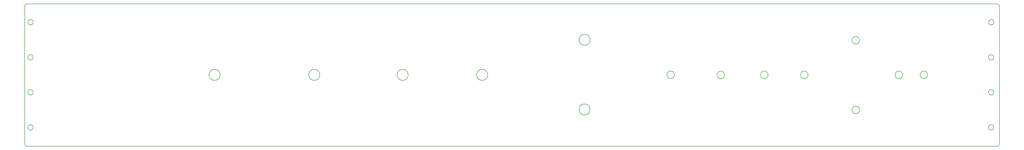
<source format=gbr>
G04 EAGLE Gerber RS-274X export*
G75*
%MOMM*%
%FSLAX34Y34*%
%LPD*%
%IN*%
%IPPOS*%
%AMOC8*
5,1,8,0,0,1.08239X$1,22.5*%
G01*
%ADD10C,0.254000*%


D10*
X292100Y262255D02*
X292160Y260871D01*
X292341Y259498D01*
X292641Y258146D01*
X293057Y256825D01*
X293587Y255546D01*
X294227Y254318D01*
X294971Y253149D01*
X295814Y252051D01*
X296750Y251030D01*
X297771Y250094D01*
X298869Y249251D01*
X300038Y248507D01*
X301266Y247867D01*
X302545Y247337D01*
X303866Y246921D01*
X305218Y246621D01*
X306591Y246440D01*
X307975Y246380D01*
X5909945Y246380D01*
X5911329Y246440D01*
X5912702Y246621D01*
X5914054Y246921D01*
X5915375Y247337D01*
X5916654Y247867D01*
X5917883Y248507D01*
X5919051Y249251D01*
X5920149Y250094D01*
X5921170Y251030D01*
X5922106Y252051D01*
X5922949Y253149D01*
X5923693Y254318D01*
X5924333Y255546D01*
X5924863Y256825D01*
X5925279Y258146D01*
X5925579Y259498D01*
X5925760Y260871D01*
X5925820Y262255D01*
X5925820Y1056005D01*
X5925760Y1057389D01*
X5925579Y1058762D01*
X5925279Y1060114D01*
X5924863Y1061435D01*
X5924333Y1062714D01*
X5923693Y1063943D01*
X5922949Y1065111D01*
X5922106Y1066209D01*
X5921170Y1067230D01*
X5920149Y1068166D01*
X5919051Y1069009D01*
X5917883Y1069753D01*
X5916654Y1070393D01*
X5915375Y1070923D01*
X5914054Y1071339D01*
X5912702Y1071639D01*
X5911329Y1071820D01*
X5909945Y1071880D01*
X307975Y1071880D01*
X306591Y1071820D01*
X305218Y1071639D01*
X303866Y1071339D01*
X302545Y1070923D01*
X301266Y1070393D01*
X300038Y1069753D01*
X298869Y1069009D01*
X297771Y1068166D01*
X296750Y1067230D01*
X295814Y1066209D01*
X294971Y1065111D01*
X294227Y1063943D01*
X293587Y1062714D01*
X293057Y1061435D01*
X292641Y1060114D01*
X292341Y1058762D01*
X292160Y1057389D01*
X292100Y1056005D01*
X292100Y262255D01*
X5893200Y355106D02*
X5893122Y354020D01*
X5892967Y352942D01*
X5892736Y351879D01*
X5892429Y350834D01*
X5892049Y349814D01*
X5891597Y348824D01*
X5891075Y347869D01*
X5890486Y346953D01*
X5889834Y346081D01*
X5889121Y345259D01*
X5888351Y344489D01*
X5887529Y343776D01*
X5886657Y343124D01*
X5885741Y342535D01*
X5884786Y342013D01*
X5883796Y341561D01*
X5882776Y341181D01*
X5881731Y340874D01*
X5880668Y340643D01*
X5879590Y340488D01*
X5878504Y340410D01*
X5877416Y340410D01*
X5876330Y340488D01*
X5875252Y340643D01*
X5874189Y340874D01*
X5873144Y341181D01*
X5872124Y341561D01*
X5871134Y342013D01*
X5870179Y342535D01*
X5869263Y343124D01*
X5868391Y343776D01*
X5867569Y344489D01*
X5866799Y345259D01*
X5866086Y346081D01*
X5865434Y346953D01*
X5864845Y347869D01*
X5864323Y348824D01*
X5863871Y349814D01*
X5863491Y350834D01*
X5863184Y351879D01*
X5862953Y352942D01*
X5862798Y354020D01*
X5862720Y355106D01*
X5862720Y356194D01*
X5862798Y357280D01*
X5862953Y358358D01*
X5863184Y359421D01*
X5863491Y360466D01*
X5863871Y361486D01*
X5864323Y362476D01*
X5864845Y363431D01*
X5865434Y364347D01*
X5866086Y365219D01*
X5866799Y366041D01*
X5867569Y366811D01*
X5868391Y367524D01*
X5869263Y368176D01*
X5870179Y368765D01*
X5871134Y369287D01*
X5872124Y369739D01*
X5873144Y370119D01*
X5874189Y370426D01*
X5875252Y370657D01*
X5876330Y370812D01*
X5877416Y370890D01*
X5878504Y370890D01*
X5879590Y370812D01*
X5880668Y370657D01*
X5881731Y370426D01*
X5882776Y370119D01*
X5883796Y369739D01*
X5884786Y369287D01*
X5885741Y368765D01*
X5886657Y368176D01*
X5887529Y367524D01*
X5888351Y366811D01*
X5889121Y366041D01*
X5889834Y365219D01*
X5890486Y364347D01*
X5891075Y363431D01*
X5891597Y362476D01*
X5892049Y361486D01*
X5892429Y360466D01*
X5892736Y359421D01*
X5892967Y358358D01*
X5893122Y357280D01*
X5893200Y356194D01*
X5893200Y355106D01*
X340760Y355106D02*
X340682Y354020D01*
X340527Y352942D01*
X340296Y351879D01*
X339989Y350834D01*
X339609Y349814D01*
X339157Y348824D01*
X338635Y347869D01*
X338046Y346953D01*
X337394Y346081D01*
X336681Y345259D01*
X335911Y344489D01*
X335089Y343776D01*
X334217Y343124D01*
X333301Y342535D01*
X332346Y342013D01*
X331356Y341561D01*
X330336Y341181D01*
X329291Y340874D01*
X328228Y340643D01*
X327150Y340488D01*
X326064Y340410D01*
X324976Y340410D01*
X323890Y340488D01*
X322812Y340643D01*
X321749Y340874D01*
X320704Y341181D01*
X319684Y341561D01*
X318694Y342013D01*
X317739Y342535D01*
X316823Y343124D01*
X315951Y343776D01*
X315129Y344489D01*
X314359Y345259D01*
X313646Y346081D01*
X312994Y346953D01*
X312405Y347869D01*
X311883Y348824D01*
X311431Y349814D01*
X311051Y350834D01*
X310744Y351879D01*
X310513Y352942D01*
X310358Y354020D01*
X310280Y355106D01*
X310280Y356194D01*
X310358Y357280D01*
X310513Y358358D01*
X310744Y359421D01*
X311051Y360466D01*
X311431Y361486D01*
X311883Y362476D01*
X312405Y363431D01*
X312994Y364347D01*
X313646Y365219D01*
X314359Y366041D01*
X315129Y366811D01*
X315951Y367524D01*
X316823Y368176D01*
X317739Y368765D01*
X318694Y369287D01*
X319684Y369739D01*
X320704Y370119D01*
X321749Y370426D01*
X322812Y370657D01*
X323890Y370812D01*
X324976Y370890D01*
X326064Y370890D01*
X327150Y370812D01*
X328228Y370657D01*
X329291Y370426D01*
X330336Y370119D01*
X331356Y369739D01*
X332346Y369287D01*
X333301Y368765D01*
X334217Y368176D01*
X335089Y367524D01*
X335911Y366811D01*
X336681Y366041D01*
X337394Y365219D01*
X338046Y364347D01*
X338635Y363431D01*
X339157Y362476D01*
X339609Y361486D01*
X339989Y360466D01*
X340296Y359421D01*
X340527Y358358D01*
X340682Y357280D01*
X340760Y356194D01*
X340760Y355106D01*
X5893400Y558306D02*
X5893322Y557220D01*
X5893167Y556142D01*
X5892936Y555079D01*
X5892629Y554034D01*
X5892249Y553014D01*
X5891797Y552024D01*
X5891275Y551069D01*
X5890686Y550153D01*
X5890034Y549281D01*
X5889321Y548459D01*
X5888551Y547689D01*
X5887729Y546976D01*
X5886857Y546324D01*
X5885941Y545735D01*
X5884986Y545213D01*
X5883996Y544761D01*
X5882976Y544381D01*
X5881931Y544074D01*
X5880868Y543843D01*
X5879790Y543688D01*
X5878704Y543610D01*
X5877616Y543610D01*
X5876530Y543688D01*
X5875452Y543843D01*
X5874389Y544074D01*
X5873344Y544381D01*
X5872324Y544761D01*
X5871334Y545213D01*
X5870379Y545735D01*
X5869463Y546324D01*
X5868591Y546976D01*
X5867769Y547689D01*
X5866999Y548459D01*
X5866286Y549281D01*
X5865634Y550153D01*
X5865045Y551069D01*
X5864523Y552024D01*
X5864071Y553014D01*
X5863691Y554034D01*
X5863384Y555079D01*
X5863153Y556142D01*
X5862998Y557220D01*
X5862920Y558306D01*
X5862920Y559394D01*
X5862998Y560480D01*
X5863153Y561558D01*
X5863384Y562621D01*
X5863691Y563666D01*
X5864071Y564686D01*
X5864523Y565676D01*
X5865045Y566631D01*
X5865634Y567547D01*
X5866286Y568419D01*
X5866999Y569241D01*
X5867769Y570011D01*
X5868591Y570724D01*
X5869463Y571376D01*
X5870379Y571965D01*
X5871334Y572487D01*
X5872324Y572939D01*
X5873344Y573319D01*
X5874389Y573626D01*
X5875452Y573857D01*
X5876530Y574012D01*
X5877616Y574090D01*
X5878704Y574090D01*
X5879790Y574012D01*
X5880868Y573857D01*
X5881931Y573626D01*
X5882976Y573319D01*
X5883996Y572939D01*
X5884986Y572487D01*
X5885941Y571965D01*
X5886857Y571376D01*
X5887729Y570724D01*
X5888551Y570011D01*
X5889321Y569241D01*
X5890034Y568419D01*
X5890686Y567547D01*
X5891275Y566631D01*
X5891797Y565676D01*
X5892249Y564686D01*
X5892629Y563666D01*
X5892936Y562621D01*
X5893167Y561558D01*
X5893322Y560480D01*
X5893400Y559394D01*
X5893400Y558306D01*
X340960Y558306D02*
X340882Y557220D01*
X340727Y556142D01*
X340496Y555079D01*
X340189Y554034D01*
X339809Y553014D01*
X339357Y552024D01*
X338835Y551069D01*
X338246Y550153D01*
X337594Y549281D01*
X336881Y548459D01*
X336111Y547689D01*
X335289Y546976D01*
X334417Y546324D01*
X333501Y545735D01*
X332546Y545213D01*
X331556Y544761D01*
X330536Y544381D01*
X329491Y544074D01*
X328428Y543843D01*
X327350Y543688D01*
X326264Y543610D01*
X325176Y543610D01*
X324090Y543688D01*
X323012Y543843D01*
X321949Y544074D01*
X320904Y544381D01*
X319884Y544761D01*
X318894Y545213D01*
X317939Y545735D01*
X317023Y546324D01*
X316151Y546976D01*
X315329Y547689D01*
X314559Y548459D01*
X313846Y549281D01*
X313194Y550153D01*
X312605Y551069D01*
X312083Y552024D01*
X311631Y553014D01*
X311251Y554034D01*
X310944Y555079D01*
X310713Y556142D01*
X310558Y557220D01*
X310480Y558306D01*
X310480Y559394D01*
X310558Y560480D01*
X310713Y561558D01*
X310944Y562621D01*
X311251Y563666D01*
X311631Y564686D01*
X312083Y565676D01*
X312605Y566631D01*
X313194Y567547D01*
X313846Y568419D01*
X314559Y569241D01*
X315329Y570011D01*
X316151Y570724D01*
X317023Y571376D01*
X317939Y571965D01*
X318894Y572487D01*
X319884Y572939D01*
X320904Y573319D01*
X321949Y573626D01*
X323012Y573857D01*
X324090Y574012D01*
X325176Y574090D01*
X326264Y574090D01*
X327350Y574012D01*
X328428Y573857D01*
X329491Y573626D01*
X330536Y573319D01*
X331556Y572939D01*
X332546Y572487D01*
X333501Y571965D01*
X334417Y571376D01*
X335289Y570724D01*
X336111Y570011D01*
X336881Y569241D01*
X337594Y568419D01*
X338246Y567547D01*
X338835Y566631D01*
X339357Y565676D01*
X339809Y564686D01*
X340189Y563666D01*
X340496Y562621D01*
X340727Y561558D01*
X340882Y560480D01*
X340960Y559394D01*
X340960Y558306D01*
X5893300Y761406D02*
X5893222Y760320D01*
X5893067Y759242D01*
X5892836Y758179D01*
X5892529Y757134D01*
X5892149Y756114D01*
X5891697Y755124D01*
X5891175Y754169D01*
X5890586Y753253D01*
X5889934Y752381D01*
X5889221Y751559D01*
X5888451Y750789D01*
X5887629Y750076D01*
X5886757Y749424D01*
X5885841Y748835D01*
X5884886Y748313D01*
X5883896Y747861D01*
X5882876Y747481D01*
X5881831Y747174D01*
X5880768Y746943D01*
X5879690Y746788D01*
X5878604Y746710D01*
X5877516Y746710D01*
X5876430Y746788D01*
X5875352Y746943D01*
X5874289Y747174D01*
X5873244Y747481D01*
X5872224Y747861D01*
X5871234Y748313D01*
X5870279Y748835D01*
X5869363Y749424D01*
X5868491Y750076D01*
X5867669Y750789D01*
X5866899Y751559D01*
X5866186Y752381D01*
X5865534Y753253D01*
X5864945Y754169D01*
X5864423Y755124D01*
X5863971Y756114D01*
X5863591Y757134D01*
X5863284Y758179D01*
X5863053Y759242D01*
X5862898Y760320D01*
X5862820Y761406D01*
X5862820Y762494D01*
X5862898Y763580D01*
X5863053Y764658D01*
X5863284Y765721D01*
X5863591Y766766D01*
X5863971Y767786D01*
X5864423Y768776D01*
X5864945Y769731D01*
X5865534Y770647D01*
X5866186Y771519D01*
X5866899Y772341D01*
X5867669Y773111D01*
X5868491Y773824D01*
X5869363Y774476D01*
X5870279Y775065D01*
X5871234Y775587D01*
X5872224Y776039D01*
X5873244Y776419D01*
X5874289Y776726D01*
X5875352Y776957D01*
X5876430Y777112D01*
X5877516Y777190D01*
X5878604Y777190D01*
X5879690Y777112D01*
X5880768Y776957D01*
X5881831Y776726D01*
X5882876Y776419D01*
X5883896Y776039D01*
X5884886Y775587D01*
X5885841Y775065D01*
X5886757Y774476D01*
X5887629Y773824D01*
X5888451Y773111D01*
X5889221Y772341D01*
X5889934Y771519D01*
X5890586Y770647D01*
X5891175Y769731D01*
X5891697Y768776D01*
X5892149Y767786D01*
X5892529Y766766D01*
X5892836Y765721D01*
X5893067Y764658D01*
X5893222Y763580D01*
X5893300Y762494D01*
X5893300Y761406D01*
X340860Y761406D02*
X340782Y760320D01*
X340627Y759242D01*
X340396Y758179D01*
X340089Y757134D01*
X339709Y756114D01*
X339257Y755124D01*
X338735Y754169D01*
X338146Y753253D01*
X337494Y752381D01*
X336781Y751559D01*
X336011Y750789D01*
X335189Y750076D01*
X334317Y749424D01*
X333401Y748835D01*
X332446Y748313D01*
X331456Y747861D01*
X330436Y747481D01*
X329391Y747174D01*
X328328Y746943D01*
X327250Y746788D01*
X326164Y746710D01*
X325076Y746710D01*
X323990Y746788D01*
X322912Y746943D01*
X321849Y747174D01*
X320804Y747481D01*
X319784Y747861D01*
X318794Y748313D01*
X317839Y748835D01*
X316923Y749424D01*
X316051Y750076D01*
X315229Y750789D01*
X314459Y751559D01*
X313746Y752381D01*
X313094Y753253D01*
X312505Y754169D01*
X311983Y755124D01*
X311531Y756114D01*
X311151Y757134D01*
X310844Y758179D01*
X310613Y759242D01*
X310458Y760320D01*
X310380Y761406D01*
X310380Y762494D01*
X310458Y763580D01*
X310613Y764658D01*
X310844Y765721D01*
X311151Y766766D01*
X311531Y767786D01*
X311983Y768776D01*
X312505Y769731D01*
X313094Y770647D01*
X313746Y771519D01*
X314459Y772341D01*
X315229Y773111D01*
X316051Y773824D01*
X316923Y774476D01*
X317839Y775065D01*
X318794Y775587D01*
X319784Y776039D01*
X320804Y776419D01*
X321849Y776726D01*
X322912Y776957D01*
X323990Y777112D01*
X325076Y777190D01*
X326164Y777190D01*
X327250Y777112D01*
X328328Y776957D01*
X329391Y776726D01*
X330436Y776419D01*
X331456Y776039D01*
X332446Y775587D01*
X333401Y775065D01*
X334317Y774476D01*
X335189Y773824D01*
X336011Y773111D01*
X336781Y772341D01*
X337494Y771519D01*
X338146Y770647D01*
X338735Y769731D01*
X339257Y768776D01*
X339709Y767786D01*
X340089Y766766D01*
X340396Y765721D01*
X340627Y764658D01*
X340782Y763580D01*
X340860Y762494D01*
X340860Y761406D01*
X5893700Y965106D02*
X5893622Y964020D01*
X5893467Y962942D01*
X5893236Y961879D01*
X5892929Y960834D01*
X5892549Y959814D01*
X5892097Y958824D01*
X5891575Y957869D01*
X5890986Y956953D01*
X5890334Y956081D01*
X5889621Y955259D01*
X5888851Y954489D01*
X5888029Y953776D01*
X5887157Y953124D01*
X5886241Y952535D01*
X5885286Y952013D01*
X5884296Y951561D01*
X5883276Y951181D01*
X5882231Y950874D01*
X5881168Y950643D01*
X5880090Y950488D01*
X5879004Y950410D01*
X5877916Y950410D01*
X5876830Y950488D01*
X5875752Y950643D01*
X5874689Y950874D01*
X5873644Y951181D01*
X5872624Y951561D01*
X5871634Y952013D01*
X5870679Y952535D01*
X5869763Y953124D01*
X5868891Y953776D01*
X5868069Y954489D01*
X5867299Y955259D01*
X5866586Y956081D01*
X5865934Y956953D01*
X5865345Y957869D01*
X5864823Y958824D01*
X5864371Y959814D01*
X5863991Y960834D01*
X5863684Y961879D01*
X5863453Y962942D01*
X5863298Y964020D01*
X5863220Y965106D01*
X5863220Y966194D01*
X5863298Y967280D01*
X5863453Y968358D01*
X5863684Y969421D01*
X5863991Y970466D01*
X5864371Y971486D01*
X5864823Y972476D01*
X5865345Y973431D01*
X5865934Y974347D01*
X5866586Y975219D01*
X5867299Y976041D01*
X5868069Y976811D01*
X5868891Y977524D01*
X5869763Y978176D01*
X5870679Y978765D01*
X5871634Y979287D01*
X5872624Y979739D01*
X5873644Y980119D01*
X5874689Y980426D01*
X5875752Y980657D01*
X5876830Y980812D01*
X5877916Y980890D01*
X5879004Y980890D01*
X5880090Y980812D01*
X5881168Y980657D01*
X5882231Y980426D01*
X5883276Y980119D01*
X5884296Y979739D01*
X5885286Y979287D01*
X5886241Y978765D01*
X5887157Y978176D01*
X5888029Y977524D01*
X5888851Y976811D01*
X5889621Y976041D01*
X5890334Y975219D01*
X5890986Y974347D01*
X5891575Y973431D01*
X5892097Y972476D01*
X5892549Y971486D01*
X5892929Y970466D01*
X5893236Y969421D01*
X5893467Y968358D01*
X5893622Y967280D01*
X5893700Y966194D01*
X5893700Y965106D01*
X341260Y965106D02*
X341182Y964020D01*
X341027Y962942D01*
X340796Y961879D01*
X340489Y960834D01*
X340109Y959814D01*
X339657Y958824D01*
X339135Y957869D01*
X338546Y956953D01*
X337894Y956081D01*
X337181Y955259D01*
X336411Y954489D01*
X335589Y953776D01*
X334717Y953124D01*
X333801Y952535D01*
X332846Y952013D01*
X331856Y951561D01*
X330836Y951181D01*
X329791Y950874D01*
X328728Y950643D01*
X327650Y950488D01*
X326564Y950410D01*
X325476Y950410D01*
X324390Y950488D01*
X323312Y950643D01*
X322249Y950874D01*
X321204Y951181D01*
X320184Y951561D01*
X319194Y952013D01*
X318239Y952535D01*
X317323Y953124D01*
X316451Y953776D01*
X315629Y954489D01*
X314859Y955259D01*
X314146Y956081D01*
X313494Y956953D01*
X312905Y957869D01*
X312383Y958824D01*
X311931Y959814D01*
X311551Y960834D01*
X311244Y961879D01*
X311013Y962942D01*
X310858Y964020D01*
X310780Y965106D01*
X310780Y966194D01*
X310858Y967280D01*
X311013Y968358D01*
X311244Y969421D01*
X311551Y970466D01*
X311931Y971486D01*
X312383Y972476D01*
X312905Y973431D01*
X313494Y974347D01*
X314146Y975219D01*
X314859Y976041D01*
X315629Y976811D01*
X316451Y977524D01*
X317323Y978176D01*
X318239Y978765D01*
X319194Y979287D01*
X320184Y979739D01*
X321204Y980119D01*
X322249Y980426D01*
X323312Y980657D01*
X324390Y980812D01*
X325476Y980890D01*
X326564Y980890D01*
X327650Y980812D01*
X328728Y980657D01*
X329791Y980426D01*
X330836Y980119D01*
X331856Y979739D01*
X332846Y979287D01*
X333801Y978765D01*
X334717Y978176D01*
X335589Y977524D01*
X336411Y976811D01*
X337181Y976041D01*
X337894Y975219D01*
X338546Y974347D01*
X339135Y973431D01*
X339657Y972476D01*
X340109Y971486D01*
X340489Y970466D01*
X340796Y969421D01*
X341027Y968358D01*
X341182Y967280D01*
X341260Y966194D01*
X341260Y965106D01*
X1421130Y659621D02*
X1421054Y658064D01*
X1420901Y656512D01*
X1420672Y654970D01*
X1420368Y653441D01*
X1419989Y651929D01*
X1419537Y650438D01*
X1419011Y648970D01*
X1418415Y647530D01*
X1417748Y646121D01*
X1417014Y644746D01*
X1416212Y643409D01*
X1415346Y642113D01*
X1414418Y640861D01*
X1413429Y639656D01*
X1412382Y638501D01*
X1411280Y637398D01*
X1410125Y636351D01*
X1408920Y635362D01*
X1407667Y634434D01*
X1406371Y633568D01*
X1405034Y632766D01*
X1403659Y632032D01*
X1402250Y631365D01*
X1400810Y630769D01*
X1399342Y630243D01*
X1397851Y629791D01*
X1396339Y629412D01*
X1394810Y629108D01*
X1393268Y628879D01*
X1391716Y628727D01*
X1390159Y628650D01*
X1388601Y628650D01*
X1387044Y628727D01*
X1385492Y628879D01*
X1383950Y629108D01*
X1382421Y629412D01*
X1380909Y629791D01*
X1379418Y630243D01*
X1377950Y630769D01*
X1376510Y631365D01*
X1375101Y632032D01*
X1373726Y632766D01*
X1372389Y633568D01*
X1371093Y634434D01*
X1369841Y635362D01*
X1368636Y636351D01*
X1367481Y637398D01*
X1366378Y638501D01*
X1365331Y639656D01*
X1364342Y640861D01*
X1363414Y642113D01*
X1362548Y643409D01*
X1361746Y644746D01*
X1361012Y646121D01*
X1360345Y647530D01*
X1359749Y648970D01*
X1359223Y650438D01*
X1358771Y651929D01*
X1358392Y653441D01*
X1358088Y654970D01*
X1357859Y656512D01*
X1357707Y658064D01*
X1357630Y659621D01*
X1357630Y661179D01*
X1357707Y662736D01*
X1357859Y664288D01*
X1358088Y665830D01*
X1358392Y667359D01*
X1358771Y668871D01*
X1359223Y670362D01*
X1359749Y671830D01*
X1360345Y673270D01*
X1361012Y674679D01*
X1361746Y676054D01*
X1362548Y677391D01*
X1363414Y678687D01*
X1364342Y679940D01*
X1365331Y681145D01*
X1366378Y682300D01*
X1367481Y683402D01*
X1368636Y684449D01*
X1369841Y685438D01*
X1371093Y686366D01*
X1372389Y687232D01*
X1373726Y688034D01*
X1375101Y688768D01*
X1376510Y689435D01*
X1377950Y690031D01*
X1379418Y690557D01*
X1380909Y691009D01*
X1382421Y691388D01*
X1383950Y691692D01*
X1385492Y691921D01*
X1387044Y692074D01*
X1388601Y692150D01*
X1390159Y692150D01*
X1391716Y692074D01*
X1393268Y691921D01*
X1394810Y691692D01*
X1396339Y691388D01*
X1397851Y691009D01*
X1399342Y690557D01*
X1400810Y690031D01*
X1402250Y689435D01*
X1403659Y688768D01*
X1405034Y688034D01*
X1406371Y687232D01*
X1407667Y686366D01*
X1408920Y685438D01*
X1410125Y684449D01*
X1411280Y683402D01*
X1412382Y682300D01*
X1413429Y681145D01*
X1414418Y679940D01*
X1415346Y678687D01*
X1416212Y677391D01*
X1417014Y676054D01*
X1417748Y674679D01*
X1418415Y673270D01*
X1419011Y671830D01*
X1419537Y670362D01*
X1419989Y668871D01*
X1420368Y667359D01*
X1420672Y665830D01*
X1420901Y664288D01*
X1421054Y662736D01*
X1421130Y661179D01*
X1421130Y659621D01*
X1997710Y659621D02*
X1997634Y658064D01*
X1997481Y656512D01*
X1997252Y654970D01*
X1996948Y653441D01*
X1996569Y651929D01*
X1996117Y650438D01*
X1995591Y648970D01*
X1994995Y647530D01*
X1994328Y646121D01*
X1993594Y644746D01*
X1992792Y643409D01*
X1991926Y642113D01*
X1990998Y640861D01*
X1990009Y639656D01*
X1988962Y638501D01*
X1987860Y637398D01*
X1986705Y636351D01*
X1985500Y635362D01*
X1984247Y634434D01*
X1982951Y633568D01*
X1981614Y632766D01*
X1980239Y632032D01*
X1978830Y631365D01*
X1977390Y630769D01*
X1975922Y630243D01*
X1974431Y629791D01*
X1972919Y629412D01*
X1971390Y629108D01*
X1969848Y628879D01*
X1968296Y628727D01*
X1966739Y628650D01*
X1965181Y628650D01*
X1963624Y628727D01*
X1962072Y628879D01*
X1960530Y629108D01*
X1959001Y629412D01*
X1957489Y629791D01*
X1955998Y630243D01*
X1954530Y630769D01*
X1953090Y631365D01*
X1951681Y632032D01*
X1950306Y632766D01*
X1948969Y633568D01*
X1947673Y634434D01*
X1946421Y635362D01*
X1945216Y636351D01*
X1944061Y637398D01*
X1942958Y638501D01*
X1941911Y639656D01*
X1940922Y640861D01*
X1939994Y642113D01*
X1939128Y643409D01*
X1938326Y644746D01*
X1937592Y646121D01*
X1936925Y647530D01*
X1936329Y648970D01*
X1935803Y650438D01*
X1935351Y651929D01*
X1934972Y653441D01*
X1934668Y654970D01*
X1934439Y656512D01*
X1934287Y658064D01*
X1934210Y659621D01*
X1934210Y661179D01*
X1934287Y662736D01*
X1934439Y664288D01*
X1934668Y665830D01*
X1934972Y667359D01*
X1935351Y668871D01*
X1935803Y670362D01*
X1936329Y671830D01*
X1936925Y673270D01*
X1937592Y674679D01*
X1938326Y676054D01*
X1939128Y677391D01*
X1939994Y678687D01*
X1940922Y679940D01*
X1941911Y681145D01*
X1942958Y682300D01*
X1944061Y683402D01*
X1945216Y684449D01*
X1946421Y685438D01*
X1947673Y686366D01*
X1948969Y687232D01*
X1950306Y688034D01*
X1951681Y688768D01*
X1953090Y689435D01*
X1954530Y690031D01*
X1955998Y690557D01*
X1957489Y691009D01*
X1959001Y691388D01*
X1960530Y691692D01*
X1962072Y691921D01*
X1963624Y692074D01*
X1965181Y692150D01*
X1966739Y692150D01*
X1968296Y692074D01*
X1969848Y691921D01*
X1971390Y691692D01*
X1972919Y691388D01*
X1974431Y691009D01*
X1975922Y690557D01*
X1977390Y690031D01*
X1978830Y689435D01*
X1980239Y688768D01*
X1981614Y688034D01*
X1982951Y687232D01*
X1984247Y686366D01*
X1985500Y685438D01*
X1986705Y684449D01*
X1987860Y683402D01*
X1988962Y682300D01*
X1990009Y681145D01*
X1990998Y679940D01*
X1991926Y678687D01*
X1992792Y677391D01*
X1993594Y676054D01*
X1994328Y674679D01*
X1994995Y673270D01*
X1995591Y671830D01*
X1996117Y670362D01*
X1996569Y668871D01*
X1996948Y667359D01*
X1997252Y665830D01*
X1997481Y664288D01*
X1997634Y662736D01*
X1997710Y661179D01*
X1997710Y659621D01*
X2508250Y659621D02*
X2508174Y658064D01*
X2508021Y656512D01*
X2507792Y654970D01*
X2507488Y653441D01*
X2507109Y651929D01*
X2506657Y650438D01*
X2506131Y648970D01*
X2505535Y647530D01*
X2504868Y646121D01*
X2504134Y644746D01*
X2503332Y643409D01*
X2502466Y642113D01*
X2501538Y640861D01*
X2500549Y639656D01*
X2499502Y638501D01*
X2498400Y637398D01*
X2497245Y636351D01*
X2496040Y635362D01*
X2494787Y634434D01*
X2493491Y633568D01*
X2492154Y632766D01*
X2490779Y632032D01*
X2489370Y631365D01*
X2487930Y630769D01*
X2486462Y630243D01*
X2484971Y629791D01*
X2483459Y629412D01*
X2481930Y629108D01*
X2480388Y628879D01*
X2478836Y628727D01*
X2477279Y628650D01*
X2475721Y628650D01*
X2474164Y628727D01*
X2472612Y628879D01*
X2471070Y629108D01*
X2469541Y629412D01*
X2468029Y629791D01*
X2466538Y630243D01*
X2465070Y630769D01*
X2463630Y631365D01*
X2462221Y632032D01*
X2460846Y632766D01*
X2459509Y633568D01*
X2458213Y634434D01*
X2456961Y635362D01*
X2455756Y636351D01*
X2454601Y637398D01*
X2453498Y638501D01*
X2452451Y639656D01*
X2451462Y640861D01*
X2450534Y642113D01*
X2449668Y643409D01*
X2448866Y644746D01*
X2448132Y646121D01*
X2447465Y647530D01*
X2446869Y648970D01*
X2446343Y650438D01*
X2445891Y651929D01*
X2445512Y653441D01*
X2445208Y654970D01*
X2444979Y656512D01*
X2444827Y658064D01*
X2444750Y659621D01*
X2444750Y661179D01*
X2444827Y662736D01*
X2444979Y664288D01*
X2445208Y665830D01*
X2445512Y667359D01*
X2445891Y668871D01*
X2446343Y670362D01*
X2446869Y671830D01*
X2447465Y673270D01*
X2448132Y674679D01*
X2448866Y676054D01*
X2449668Y677391D01*
X2450534Y678687D01*
X2451462Y679940D01*
X2452451Y681145D01*
X2453498Y682300D01*
X2454601Y683402D01*
X2455756Y684449D01*
X2456961Y685438D01*
X2458213Y686366D01*
X2459509Y687232D01*
X2460846Y688034D01*
X2462221Y688768D01*
X2463630Y689435D01*
X2465070Y690031D01*
X2466538Y690557D01*
X2468029Y691009D01*
X2469541Y691388D01*
X2471070Y691692D01*
X2472612Y691921D01*
X2474164Y692074D01*
X2475721Y692150D01*
X2477279Y692150D01*
X2478836Y692074D01*
X2480388Y691921D01*
X2481930Y691692D01*
X2483459Y691388D01*
X2484971Y691009D01*
X2486462Y690557D01*
X2487930Y690031D01*
X2489370Y689435D01*
X2490779Y688768D01*
X2492154Y688034D01*
X2493491Y687232D01*
X2494787Y686366D01*
X2496040Y685438D01*
X2497245Y684449D01*
X2498400Y683402D01*
X2499502Y682300D01*
X2500549Y681145D01*
X2501538Y679940D01*
X2502466Y678687D01*
X2503332Y677391D01*
X2504134Y676054D01*
X2504868Y674679D01*
X2505535Y673270D01*
X2506131Y671830D01*
X2506657Y670362D01*
X2507109Y668871D01*
X2507488Y667359D01*
X2507792Y665830D01*
X2508021Y664288D01*
X2508174Y662736D01*
X2508250Y661179D01*
X2508250Y659621D01*
X2967990Y659621D02*
X2967914Y658064D01*
X2967761Y656512D01*
X2967532Y654970D01*
X2967228Y653441D01*
X2966849Y651929D01*
X2966397Y650438D01*
X2965871Y648970D01*
X2965275Y647530D01*
X2964608Y646121D01*
X2963874Y644746D01*
X2963072Y643409D01*
X2962206Y642113D01*
X2961278Y640861D01*
X2960289Y639656D01*
X2959242Y638501D01*
X2958140Y637398D01*
X2956985Y636351D01*
X2955780Y635362D01*
X2954527Y634434D01*
X2953231Y633568D01*
X2951894Y632766D01*
X2950519Y632032D01*
X2949110Y631365D01*
X2947670Y630769D01*
X2946202Y630243D01*
X2944711Y629791D01*
X2943199Y629412D01*
X2941670Y629108D01*
X2940128Y628879D01*
X2938576Y628727D01*
X2937019Y628650D01*
X2935461Y628650D01*
X2933904Y628727D01*
X2932352Y628879D01*
X2930810Y629108D01*
X2929281Y629412D01*
X2927769Y629791D01*
X2926278Y630243D01*
X2924810Y630769D01*
X2923370Y631365D01*
X2921961Y632032D01*
X2920586Y632766D01*
X2919249Y633568D01*
X2917953Y634434D01*
X2916701Y635362D01*
X2915496Y636351D01*
X2914341Y637398D01*
X2913238Y638501D01*
X2912191Y639656D01*
X2911202Y640861D01*
X2910274Y642113D01*
X2909408Y643409D01*
X2908606Y644746D01*
X2907872Y646121D01*
X2907205Y647530D01*
X2906609Y648970D01*
X2906083Y650438D01*
X2905631Y651929D01*
X2905252Y653441D01*
X2904948Y654970D01*
X2904719Y656512D01*
X2904567Y658064D01*
X2904490Y659621D01*
X2904490Y661179D01*
X2904567Y662736D01*
X2904719Y664288D01*
X2904948Y665830D01*
X2905252Y667359D01*
X2905631Y668871D01*
X2906083Y670362D01*
X2906609Y671830D01*
X2907205Y673270D01*
X2907872Y674679D01*
X2908606Y676054D01*
X2909408Y677391D01*
X2910274Y678687D01*
X2911202Y679940D01*
X2912191Y681145D01*
X2913238Y682300D01*
X2914341Y683402D01*
X2915496Y684449D01*
X2916701Y685438D01*
X2917953Y686366D01*
X2919249Y687232D01*
X2920586Y688034D01*
X2921961Y688768D01*
X2923370Y689435D01*
X2924810Y690031D01*
X2926278Y690557D01*
X2927769Y691009D01*
X2929281Y691388D01*
X2930810Y691692D01*
X2932352Y691921D01*
X2933904Y692074D01*
X2935461Y692150D01*
X2937019Y692150D01*
X2938576Y692074D01*
X2940128Y691921D01*
X2941670Y691692D01*
X2943199Y691388D01*
X2944711Y691009D01*
X2946202Y690557D01*
X2947670Y690031D01*
X2949110Y689435D01*
X2950519Y688768D01*
X2951894Y688034D01*
X2953231Y687232D01*
X2954527Y686366D01*
X2955780Y685438D01*
X2956985Y684449D01*
X2958140Y683402D01*
X2959242Y682300D01*
X2960289Y681145D01*
X2961278Y679940D01*
X2962206Y678687D01*
X2963072Y677391D01*
X2963874Y676054D01*
X2964608Y674679D01*
X2965275Y673270D01*
X2965871Y671830D01*
X2966397Y670362D01*
X2966849Y668871D01*
X2967228Y667359D01*
X2967532Y665830D01*
X2967761Y664288D01*
X2967914Y662736D01*
X2967990Y661179D01*
X2967990Y659621D01*
X3559810Y862821D02*
X3559734Y861264D01*
X3559581Y859712D01*
X3559352Y858170D01*
X3559048Y856641D01*
X3558669Y855129D01*
X3558217Y853638D01*
X3557691Y852170D01*
X3557095Y850730D01*
X3556428Y849321D01*
X3555694Y847946D01*
X3554892Y846609D01*
X3554026Y845313D01*
X3553098Y844061D01*
X3552109Y842856D01*
X3551062Y841701D01*
X3549960Y840598D01*
X3548805Y839551D01*
X3547600Y838562D01*
X3546347Y837634D01*
X3545051Y836768D01*
X3543714Y835966D01*
X3542339Y835232D01*
X3540930Y834565D01*
X3539490Y833969D01*
X3538022Y833443D01*
X3536531Y832991D01*
X3535019Y832612D01*
X3533490Y832308D01*
X3531948Y832079D01*
X3530396Y831927D01*
X3528839Y831850D01*
X3527281Y831850D01*
X3525724Y831927D01*
X3524172Y832079D01*
X3522630Y832308D01*
X3521101Y832612D01*
X3519589Y832991D01*
X3518098Y833443D01*
X3516630Y833969D01*
X3515190Y834565D01*
X3513781Y835232D01*
X3512406Y835966D01*
X3511069Y836768D01*
X3509773Y837634D01*
X3508521Y838562D01*
X3507316Y839551D01*
X3506161Y840598D01*
X3505058Y841701D01*
X3504011Y842856D01*
X3503022Y844061D01*
X3502094Y845313D01*
X3501228Y846609D01*
X3500426Y847946D01*
X3499692Y849321D01*
X3499025Y850730D01*
X3498429Y852170D01*
X3497903Y853638D01*
X3497451Y855129D01*
X3497072Y856641D01*
X3496768Y858170D01*
X3496539Y859712D01*
X3496387Y861264D01*
X3496310Y862821D01*
X3496310Y864379D01*
X3496387Y865936D01*
X3496539Y867488D01*
X3496768Y869030D01*
X3497072Y870559D01*
X3497451Y872071D01*
X3497903Y873562D01*
X3498429Y875030D01*
X3499025Y876470D01*
X3499692Y877879D01*
X3500426Y879254D01*
X3501228Y880591D01*
X3502094Y881887D01*
X3503022Y883140D01*
X3504011Y884345D01*
X3505058Y885500D01*
X3506161Y886602D01*
X3507316Y887649D01*
X3508521Y888638D01*
X3509773Y889566D01*
X3511069Y890432D01*
X3512406Y891234D01*
X3513781Y891968D01*
X3515190Y892635D01*
X3516630Y893231D01*
X3518098Y893757D01*
X3519589Y894209D01*
X3521101Y894588D01*
X3522630Y894892D01*
X3524172Y895121D01*
X3525724Y895274D01*
X3527281Y895350D01*
X3528839Y895350D01*
X3530396Y895274D01*
X3531948Y895121D01*
X3533490Y894892D01*
X3535019Y894588D01*
X3536531Y894209D01*
X3538022Y893757D01*
X3539490Y893231D01*
X3540930Y892635D01*
X3542339Y891968D01*
X3543714Y891234D01*
X3545051Y890432D01*
X3546347Y889566D01*
X3547600Y888638D01*
X3548805Y887649D01*
X3549960Y886602D01*
X3551062Y885500D01*
X3552109Y884345D01*
X3553098Y883140D01*
X3554026Y881887D01*
X3554892Y880591D01*
X3555694Y879254D01*
X3556428Y877879D01*
X3557095Y876470D01*
X3557691Y875030D01*
X3558217Y873562D01*
X3558669Y872071D01*
X3559048Y870559D01*
X3559352Y869030D01*
X3559581Y867488D01*
X3559734Y865936D01*
X3559810Y864379D01*
X3559810Y862821D01*
X3559810Y458961D02*
X3559734Y457404D01*
X3559581Y455852D01*
X3559352Y454310D01*
X3559048Y452781D01*
X3558669Y451269D01*
X3558217Y449778D01*
X3557691Y448310D01*
X3557095Y446870D01*
X3556428Y445461D01*
X3555694Y444086D01*
X3554892Y442749D01*
X3554026Y441453D01*
X3553098Y440201D01*
X3552109Y438996D01*
X3551062Y437841D01*
X3549960Y436738D01*
X3548805Y435691D01*
X3547600Y434702D01*
X3546347Y433774D01*
X3545051Y432908D01*
X3543714Y432106D01*
X3542339Y431372D01*
X3540930Y430705D01*
X3539490Y430109D01*
X3538022Y429583D01*
X3536531Y429131D01*
X3535019Y428752D01*
X3533490Y428448D01*
X3531948Y428219D01*
X3530396Y428067D01*
X3528839Y427990D01*
X3527281Y427990D01*
X3525724Y428067D01*
X3524172Y428219D01*
X3522630Y428448D01*
X3521101Y428752D01*
X3519589Y429131D01*
X3518098Y429583D01*
X3516630Y430109D01*
X3515190Y430705D01*
X3513781Y431372D01*
X3512406Y432106D01*
X3511069Y432908D01*
X3509773Y433774D01*
X3508521Y434702D01*
X3507316Y435691D01*
X3506161Y436738D01*
X3505058Y437841D01*
X3504011Y438996D01*
X3503022Y440201D01*
X3502094Y441453D01*
X3501228Y442749D01*
X3500426Y444086D01*
X3499692Y445461D01*
X3499025Y446870D01*
X3498429Y448310D01*
X3497903Y449778D01*
X3497451Y451269D01*
X3497072Y452781D01*
X3496768Y454310D01*
X3496539Y455852D01*
X3496387Y457404D01*
X3496310Y458961D01*
X3496310Y460519D01*
X3496387Y462076D01*
X3496539Y463628D01*
X3496768Y465170D01*
X3497072Y466699D01*
X3497451Y468211D01*
X3497903Y469702D01*
X3498429Y471170D01*
X3499025Y472610D01*
X3499692Y474019D01*
X3500426Y475394D01*
X3501228Y476731D01*
X3502094Y478027D01*
X3503022Y479280D01*
X3504011Y480485D01*
X3505058Y481640D01*
X3506161Y482742D01*
X3507316Y483789D01*
X3508521Y484778D01*
X3509773Y485706D01*
X3511069Y486572D01*
X3512406Y487374D01*
X3513781Y488108D01*
X3515190Y488775D01*
X3516630Y489371D01*
X3518098Y489897D01*
X3519589Y490349D01*
X3521101Y490728D01*
X3522630Y491032D01*
X3524172Y491261D01*
X3525724Y491414D01*
X3527281Y491490D01*
X3528839Y491490D01*
X3530396Y491414D01*
X3531948Y491261D01*
X3533490Y491032D01*
X3535019Y490728D01*
X3536531Y490349D01*
X3538022Y489897D01*
X3539490Y489371D01*
X3540930Y488775D01*
X3542339Y488108D01*
X3543714Y487374D01*
X3545051Y486572D01*
X3546347Y485706D01*
X3547600Y484778D01*
X3548805Y483789D01*
X3549960Y482742D01*
X3551062Y481640D01*
X3552109Y480485D01*
X3553098Y479280D01*
X3554026Y478027D01*
X3554892Y476731D01*
X3555694Y475394D01*
X3556428Y474019D01*
X3557095Y472610D01*
X3557691Y471170D01*
X3558217Y469702D01*
X3558669Y468211D01*
X3559048Y466699D01*
X3559352Y465170D01*
X3559581Y463628D01*
X3559734Y462076D01*
X3559810Y460519D01*
X3559810Y458961D01*
X4047490Y659748D02*
X4047411Y658445D01*
X4047254Y657150D01*
X4047019Y655867D01*
X4046707Y654600D01*
X4046318Y653354D01*
X4045856Y652134D01*
X4045320Y650944D01*
X4044714Y649789D01*
X4044039Y648672D01*
X4043298Y647599D01*
X4042493Y646572D01*
X4041628Y645595D01*
X4040705Y644672D01*
X4039729Y643807D01*
X4038701Y643002D01*
X4037628Y642261D01*
X4036511Y641586D01*
X4035356Y640980D01*
X4034166Y640444D01*
X4032946Y639982D01*
X4031700Y639594D01*
X4030433Y639281D01*
X4029150Y639046D01*
X4027855Y638889D01*
X4026552Y638810D01*
X4025248Y638810D01*
X4023945Y638889D01*
X4022650Y639046D01*
X4021367Y639281D01*
X4020100Y639594D01*
X4018854Y639982D01*
X4017634Y640444D01*
X4016444Y640980D01*
X4015289Y641586D01*
X4014172Y642261D01*
X4013099Y643002D01*
X4012072Y643807D01*
X4011095Y644672D01*
X4010172Y645595D01*
X4009307Y646572D01*
X4008502Y647599D01*
X4007761Y648672D01*
X4007086Y649789D01*
X4006480Y650944D01*
X4005944Y652134D01*
X4005482Y653354D01*
X4005094Y654600D01*
X4004781Y655867D01*
X4004546Y657150D01*
X4004389Y658445D01*
X4004310Y659748D01*
X4004310Y661052D01*
X4004389Y662355D01*
X4004546Y663650D01*
X4004781Y664933D01*
X4005094Y666200D01*
X4005482Y667446D01*
X4005944Y668666D01*
X4006480Y669856D01*
X4007086Y671011D01*
X4007761Y672128D01*
X4008502Y673201D01*
X4009307Y674229D01*
X4010172Y675205D01*
X4011095Y676128D01*
X4012072Y676993D01*
X4013099Y677798D01*
X4014172Y678539D01*
X4015289Y679214D01*
X4016444Y679820D01*
X4017634Y680356D01*
X4018854Y680818D01*
X4020100Y681207D01*
X4021367Y681519D01*
X4022650Y681754D01*
X4023945Y681911D01*
X4025248Y681990D01*
X4026552Y681990D01*
X4027855Y681911D01*
X4029150Y681754D01*
X4030433Y681519D01*
X4031700Y681207D01*
X4032946Y680818D01*
X4034166Y680356D01*
X4035356Y679820D01*
X4036511Y679214D01*
X4037628Y678539D01*
X4038701Y677798D01*
X4039729Y676993D01*
X4040705Y676128D01*
X4041628Y675205D01*
X4042493Y674229D01*
X4043298Y673201D01*
X4044039Y672128D01*
X4044714Y671011D01*
X4045320Y669856D01*
X4045856Y668666D01*
X4046318Y667446D01*
X4046707Y666200D01*
X4047019Y664933D01*
X4047254Y663650D01*
X4047411Y662355D01*
X4047490Y661052D01*
X4047490Y659748D01*
X4337050Y659748D02*
X4336971Y658445D01*
X4336814Y657150D01*
X4336579Y655867D01*
X4336267Y654600D01*
X4335878Y653354D01*
X4335416Y652134D01*
X4334880Y650944D01*
X4334274Y649789D01*
X4333599Y648672D01*
X4332858Y647599D01*
X4332053Y646572D01*
X4331188Y645595D01*
X4330265Y644672D01*
X4329289Y643807D01*
X4328261Y643002D01*
X4327188Y642261D01*
X4326071Y641586D01*
X4324916Y640980D01*
X4323726Y640444D01*
X4322506Y639982D01*
X4321260Y639594D01*
X4319993Y639281D01*
X4318710Y639046D01*
X4317415Y638889D01*
X4316112Y638810D01*
X4314808Y638810D01*
X4313505Y638889D01*
X4312210Y639046D01*
X4310927Y639281D01*
X4309660Y639594D01*
X4308414Y639982D01*
X4307194Y640444D01*
X4306004Y640980D01*
X4304849Y641586D01*
X4303732Y642261D01*
X4302659Y643002D01*
X4301632Y643807D01*
X4300655Y644672D01*
X4299732Y645595D01*
X4298867Y646572D01*
X4298062Y647599D01*
X4297321Y648672D01*
X4296646Y649789D01*
X4296040Y650944D01*
X4295504Y652134D01*
X4295042Y653354D01*
X4294654Y654600D01*
X4294341Y655867D01*
X4294106Y657150D01*
X4293949Y658445D01*
X4293870Y659748D01*
X4293870Y661052D01*
X4293949Y662355D01*
X4294106Y663650D01*
X4294341Y664933D01*
X4294654Y666200D01*
X4295042Y667446D01*
X4295504Y668666D01*
X4296040Y669856D01*
X4296646Y671011D01*
X4297321Y672128D01*
X4298062Y673201D01*
X4298867Y674229D01*
X4299732Y675205D01*
X4300655Y676128D01*
X4301632Y676993D01*
X4302659Y677798D01*
X4303732Y678539D01*
X4304849Y679214D01*
X4306004Y679820D01*
X4307194Y680356D01*
X4308414Y680818D01*
X4309660Y681207D01*
X4310927Y681519D01*
X4312210Y681754D01*
X4313505Y681911D01*
X4314808Y681990D01*
X4316112Y681990D01*
X4317415Y681911D01*
X4318710Y681754D01*
X4319993Y681519D01*
X4321260Y681207D01*
X4322506Y680818D01*
X4323726Y680356D01*
X4324916Y679820D01*
X4326071Y679214D01*
X4327188Y678539D01*
X4328261Y677798D01*
X4329289Y676993D01*
X4330265Y676128D01*
X4331188Y675205D01*
X4332053Y674229D01*
X4332858Y673201D01*
X4333599Y672128D01*
X4334274Y671011D01*
X4334880Y669856D01*
X4335416Y668666D01*
X4335878Y667446D01*
X4336267Y666200D01*
X4336579Y664933D01*
X4336814Y663650D01*
X4336971Y662355D01*
X4337050Y661052D01*
X4337050Y659748D01*
X4588510Y659748D02*
X4588431Y658445D01*
X4588274Y657150D01*
X4588039Y655867D01*
X4587727Y654600D01*
X4587338Y653354D01*
X4586876Y652134D01*
X4586340Y650944D01*
X4585734Y649789D01*
X4585059Y648672D01*
X4584318Y647599D01*
X4583513Y646572D01*
X4582648Y645595D01*
X4581725Y644672D01*
X4580749Y643807D01*
X4579721Y643002D01*
X4578648Y642261D01*
X4577531Y641586D01*
X4576376Y640980D01*
X4575186Y640444D01*
X4573966Y639982D01*
X4572720Y639594D01*
X4571453Y639281D01*
X4570170Y639046D01*
X4568875Y638889D01*
X4567572Y638810D01*
X4566268Y638810D01*
X4564965Y638889D01*
X4563670Y639046D01*
X4562387Y639281D01*
X4561120Y639594D01*
X4559874Y639982D01*
X4558654Y640444D01*
X4557464Y640980D01*
X4556309Y641586D01*
X4555192Y642261D01*
X4554119Y643002D01*
X4553092Y643807D01*
X4552115Y644672D01*
X4551192Y645595D01*
X4550327Y646572D01*
X4549522Y647599D01*
X4548781Y648672D01*
X4548106Y649789D01*
X4547500Y650944D01*
X4546964Y652134D01*
X4546502Y653354D01*
X4546114Y654600D01*
X4545801Y655867D01*
X4545566Y657150D01*
X4545409Y658445D01*
X4545330Y659748D01*
X4545330Y661052D01*
X4545409Y662355D01*
X4545566Y663650D01*
X4545801Y664933D01*
X4546114Y666200D01*
X4546502Y667446D01*
X4546964Y668666D01*
X4547500Y669856D01*
X4548106Y671011D01*
X4548781Y672128D01*
X4549522Y673201D01*
X4550327Y674229D01*
X4551192Y675205D01*
X4552115Y676128D01*
X4553092Y676993D01*
X4554119Y677798D01*
X4555192Y678539D01*
X4556309Y679214D01*
X4557464Y679820D01*
X4558654Y680356D01*
X4559874Y680818D01*
X4561120Y681207D01*
X4562387Y681519D01*
X4563670Y681754D01*
X4564965Y681911D01*
X4566268Y681990D01*
X4567572Y681990D01*
X4568875Y681911D01*
X4570170Y681754D01*
X4571453Y681519D01*
X4572720Y681207D01*
X4573966Y680818D01*
X4575186Y680356D01*
X4576376Y679820D01*
X4577531Y679214D01*
X4578648Y678539D01*
X4579721Y677798D01*
X4580749Y676993D01*
X4581725Y676128D01*
X4582648Y675205D01*
X4583513Y674229D01*
X4584318Y673201D01*
X4585059Y672128D01*
X4585734Y671011D01*
X4586340Y669856D01*
X4586876Y668666D01*
X4587338Y667446D01*
X4587727Y666200D01*
X4588039Y664933D01*
X4588274Y663650D01*
X4588431Y662355D01*
X4588510Y661052D01*
X4588510Y659748D01*
X4819650Y659748D02*
X4819571Y658445D01*
X4819414Y657150D01*
X4819179Y655867D01*
X4818867Y654600D01*
X4818478Y653354D01*
X4818016Y652134D01*
X4817480Y650944D01*
X4816874Y649789D01*
X4816199Y648672D01*
X4815458Y647599D01*
X4814653Y646572D01*
X4813788Y645595D01*
X4812865Y644672D01*
X4811889Y643807D01*
X4810861Y643002D01*
X4809788Y642261D01*
X4808671Y641586D01*
X4807516Y640980D01*
X4806326Y640444D01*
X4805106Y639982D01*
X4803860Y639594D01*
X4802593Y639281D01*
X4801310Y639046D01*
X4800015Y638889D01*
X4798712Y638810D01*
X4797408Y638810D01*
X4796105Y638889D01*
X4794810Y639046D01*
X4793527Y639281D01*
X4792260Y639594D01*
X4791014Y639982D01*
X4789794Y640444D01*
X4788604Y640980D01*
X4787449Y641586D01*
X4786332Y642261D01*
X4785259Y643002D01*
X4784232Y643807D01*
X4783255Y644672D01*
X4782332Y645595D01*
X4781467Y646572D01*
X4780662Y647599D01*
X4779921Y648672D01*
X4779246Y649789D01*
X4778640Y650944D01*
X4778104Y652134D01*
X4777642Y653354D01*
X4777254Y654600D01*
X4776941Y655867D01*
X4776706Y657150D01*
X4776549Y658445D01*
X4776470Y659748D01*
X4776470Y661052D01*
X4776549Y662355D01*
X4776706Y663650D01*
X4776941Y664933D01*
X4777254Y666200D01*
X4777642Y667446D01*
X4778104Y668666D01*
X4778640Y669856D01*
X4779246Y671011D01*
X4779921Y672128D01*
X4780662Y673201D01*
X4781467Y674229D01*
X4782332Y675205D01*
X4783255Y676128D01*
X4784232Y676993D01*
X4785259Y677798D01*
X4786332Y678539D01*
X4787449Y679214D01*
X4788604Y679820D01*
X4789794Y680356D01*
X4791014Y680818D01*
X4792260Y681207D01*
X4793527Y681519D01*
X4794810Y681754D01*
X4796105Y681911D01*
X4797408Y681990D01*
X4798712Y681990D01*
X4800015Y681911D01*
X4801310Y681754D01*
X4802593Y681519D01*
X4803860Y681207D01*
X4805106Y680818D01*
X4806326Y680356D01*
X4807516Y679820D01*
X4808671Y679214D01*
X4809788Y678539D01*
X4810861Y677798D01*
X4811889Y676993D01*
X4812865Y676128D01*
X4813788Y675205D01*
X4814653Y674229D01*
X4815458Y673201D01*
X4816199Y672128D01*
X4816874Y671011D01*
X4817480Y669856D01*
X4818016Y668666D01*
X4818478Y667446D01*
X4818867Y666200D01*
X4819179Y664933D01*
X4819414Y663650D01*
X4819571Y662355D01*
X4819650Y661052D01*
X4819650Y659748D01*
X5116830Y456548D02*
X5116751Y455245D01*
X5116594Y453950D01*
X5116359Y452667D01*
X5116047Y451400D01*
X5115658Y450154D01*
X5115196Y448934D01*
X5114660Y447744D01*
X5114054Y446589D01*
X5113379Y445472D01*
X5112638Y444399D01*
X5111833Y443372D01*
X5110968Y442395D01*
X5110045Y441472D01*
X5109069Y440607D01*
X5108041Y439802D01*
X5106968Y439061D01*
X5105851Y438386D01*
X5104696Y437780D01*
X5103506Y437244D01*
X5102286Y436782D01*
X5101040Y436394D01*
X5099773Y436081D01*
X5098490Y435846D01*
X5097195Y435689D01*
X5095892Y435610D01*
X5094588Y435610D01*
X5093285Y435689D01*
X5091990Y435846D01*
X5090707Y436081D01*
X5089440Y436394D01*
X5088194Y436782D01*
X5086974Y437244D01*
X5085784Y437780D01*
X5084629Y438386D01*
X5083512Y439061D01*
X5082439Y439802D01*
X5081412Y440607D01*
X5080435Y441472D01*
X5079512Y442395D01*
X5078647Y443372D01*
X5077842Y444399D01*
X5077101Y445472D01*
X5076426Y446589D01*
X5075820Y447744D01*
X5075284Y448934D01*
X5074822Y450154D01*
X5074434Y451400D01*
X5074121Y452667D01*
X5073886Y453950D01*
X5073729Y455245D01*
X5073650Y456548D01*
X5073650Y457852D01*
X5073729Y459155D01*
X5073886Y460450D01*
X5074121Y461733D01*
X5074434Y463000D01*
X5074822Y464246D01*
X5075284Y465466D01*
X5075820Y466656D01*
X5076426Y467811D01*
X5077101Y468928D01*
X5077842Y470001D01*
X5078647Y471029D01*
X5079512Y472005D01*
X5080435Y472928D01*
X5081412Y473793D01*
X5082439Y474598D01*
X5083512Y475339D01*
X5084629Y476014D01*
X5085784Y476620D01*
X5086974Y477156D01*
X5088194Y477618D01*
X5089440Y478007D01*
X5090707Y478319D01*
X5091990Y478554D01*
X5093285Y478711D01*
X5094588Y478790D01*
X5095892Y478790D01*
X5097195Y478711D01*
X5098490Y478554D01*
X5099773Y478319D01*
X5101040Y478007D01*
X5102286Y477618D01*
X5103506Y477156D01*
X5104696Y476620D01*
X5105851Y476014D01*
X5106968Y475339D01*
X5108041Y474598D01*
X5109069Y473793D01*
X5110045Y472928D01*
X5110968Y472005D01*
X5111833Y471029D01*
X5112638Y470001D01*
X5113379Y468928D01*
X5114054Y467811D01*
X5114660Y466656D01*
X5115196Y465466D01*
X5115658Y464246D01*
X5116047Y463000D01*
X5116359Y461733D01*
X5116594Y460450D01*
X5116751Y459155D01*
X5116830Y457852D01*
X5116830Y456548D01*
X5116830Y860408D02*
X5116751Y859105D01*
X5116594Y857810D01*
X5116359Y856527D01*
X5116047Y855260D01*
X5115658Y854014D01*
X5115196Y852794D01*
X5114660Y851604D01*
X5114054Y850449D01*
X5113379Y849332D01*
X5112638Y848259D01*
X5111833Y847232D01*
X5110968Y846255D01*
X5110045Y845332D01*
X5109069Y844467D01*
X5108041Y843662D01*
X5106968Y842921D01*
X5105851Y842246D01*
X5104696Y841640D01*
X5103506Y841104D01*
X5102286Y840642D01*
X5101040Y840254D01*
X5099773Y839941D01*
X5098490Y839706D01*
X5097195Y839549D01*
X5095892Y839470D01*
X5094588Y839470D01*
X5093285Y839549D01*
X5091990Y839706D01*
X5090707Y839941D01*
X5089440Y840254D01*
X5088194Y840642D01*
X5086974Y841104D01*
X5085784Y841640D01*
X5084629Y842246D01*
X5083512Y842921D01*
X5082439Y843662D01*
X5081412Y844467D01*
X5080435Y845332D01*
X5079512Y846255D01*
X5078647Y847232D01*
X5077842Y848259D01*
X5077101Y849332D01*
X5076426Y850449D01*
X5075820Y851604D01*
X5075284Y852794D01*
X5074822Y854014D01*
X5074434Y855260D01*
X5074121Y856527D01*
X5073886Y857810D01*
X5073729Y859105D01*
X5073650Y860408D01*
X5073650Y861712D01*
X5073729Y863015D01*
X5073886Y864310D01*
X5074121Y865593D01*
X5074434Y866860D01*
X5074822Y868106D01*
X5075284Y869326D01*
X5075820Y870516D01*
X5076426Y871671D01*
X5077101Y872788D01*
X5077842Y873861D01*
X5078647Y874889D01*
X5079512Y875865D01*
X5080435Y876788D01*
X5081412Y877653D01*
X5082439Y878458D01*
X5083512Y879199D01*
X5084629Y879874D01*
X5085784Y880480D01*
X5086974Y881016D01*
X5088194Y881478D01*
X5089440Y881867D01*
X5090707Y882179D01*
X5091990Y882414D01*
X5093285Y882571D01*
X5094588Y882650D01*
X5095892Y882650D01*
X5097195Y882571D01*
X5098490Y882414D01*
X5099773Y882179D01*
X5101040Y881867D01*
X5102286Y881478D01*
X5103506Y881016D01*
X5104696Y880480D01*
X5105851Y879874D01*
X5106968Y879199D01*
X5108041Y878458D01*
X5109069Y877653D01*
X5110045Y876788D01*
X5110968Y875865D01*
X5111833Y874889D01*
X5112638Y873861D01*
X5113379Y872788D01*
X5114054Y871671D01*
X5114660Y870516D01*
X5115196Y869326D01*
X5115658Y868106D01*
X5116047Y866860D01*
X5116359Y865593D01*
X5116594Y864310D01*
X5116751Y863015D01*
X5116830Y861712D01*
X5116830Y860408D01*
X5365750Y659748D02*
X5365671Y658445D01*
X5365514Y657150D01*
X5365279Y655867D01*
X5364967Y654600D01*
X5364578Y653354D01*
X5364116Y652134D01*
X5363580Y650944D01*
X5362974Y649789D01*
X5362299Y648672D01*
X5361558Y647599D01*
X5360753Y646572D01*
X5359888Y645595D01*
X5358965Y644672D01*
X5357989Y643807D01*
X5356961Y643002D01*
X5355888Y642261D01*
X5354771Y641586D01*
X5353616Y640980D01*
X5352426Y640444D01*
X5351206Y639982D01*
X5349960Y639594D01*
X5348693Y639281D01*
X5347410Y639046D01*
X5346115Y638889D01*
X5344812Y638810D01*
X5343508Y638810D01*
X5342205Y638889D01*
X5340910Y639046D01*
X5339627Y639281D01*
X5338360Y639594D01*
X5337114Y639982D01*
X5335894Y640444D01*
X5334704Y640980D01*
X5333549Y641586D01*
X5332432Y642261D01*
X5331359Y643002D01*
X5330332Y643807D01*
X5329355Y644672D01*
X5328432Y645595D01*
X5327567Y646572D01*
X5326762Y647599D01*
X5326021Y648672D01*
X5325346Y649789D01*
X5324740Y650944D01*
X5324204Y652134D01*
X5323742Y653354D01*
X5323354Y654600D01*
X5323041Y655867D01*
X5322806Y657150D01*
X5322649Y658445D01*
X5322570Y659748D01*
X5322570Y661052D01*
X5322649Y662355D01*
X5322806Y663650D01*
X5323041Y664933D01*
X5323354Y666200D01*
X5323742Y667446D01*
X5324204Y668666D01*
X5324740Y669856D01*
X5325346Y671011D01*
X5326021Y672128D01*
X5326762Y673201D01*
X5327567Y674229D01*
X5328432Y675205D01*
X5329355Y676128D01*
X5330332Y676993D01*
X5331359Y677798D01*
X5332432Y678539D01*
X5333549Y679214D01*
X5334704Y679820D01*
X5335894Y680356D01*
X5337114Y680818D01*
X5338360Y681207D01*
X5339627Y681519D01*
X5340910Y681754D01*
X5342205Y681911D01*
X5343508Y681990D01*
X5344812Y681990D01*
X5346115Y681911D01*
X5347410Y681754D01*
X5348693Y681519D01*
X5349960Y681207D01*
X5351206Y680818D01*
X5352426Y680356D01*
X5353616Y679820D01*
X5354771Y679214D01*
X5355888Y678539D01*
X5356961Y677798D01*
X5357989Y676993D01*
X5358965Y676128D01*
X5359888Y675205D01*
X5360753Y674229D01*
X5361558Y673201D01*
X5362299Y672128D01*
X5362974Y671011D01*
X5363580Y669856D01*
X5364116Y668666D01*
X5364578Y667446D01*
X5364967Y666200D01*
X5365279Y664933D01*
X5365514Y663650D01*
X5365671Y662355D01*
X5365750Y661052D01*
X5365750Y659748D01*
X5510530Y659748D02*
X5510451Y658445D01*
X5510294Y657150D01*
X5510059Y655867D01*
X5509747Y654600D01*
X5509358Y653354D01*
X5508896Y652134D01*
X5508360Y650944D01*
X5507754Y649789D01*
X5507079Y648672D01*
X5506338Y647599D01*
X5505533Y646572D01*
X5504668Y645595D01*
X5503745Y644672D01*
X5502769Y643807D01*
X5501741Y643002D01*
X5500668Y642261D01*
X5499551Y641586D01*
X5498396Y640980D01*
X5497206Y640444D01*
X5495986Y639982D01*
X5494740Y639594D01*
X5493473Y639281D01*
X5492190Y639046D01*
X5490895Y638889D01*
X5489592Y638810D01*
X5488288Y638810D01*
X5486985Y638889D01*
X5485690Y639046D01*
X5484407Y639281D01*
X5483140Y639594D01*
X5481894Y639982D01*
X5480674Y640444D01*
X5479484Y640980D01*
X5478329Y641586D01*
X5477212Y642261D01*
X5476139Y643002D01*
X5475112Y643807D01*
X5474135Y644672D01*
X5473212Y645595D01*
X5472347Y646572D01*
X5471542Y647599D01*
X5470801Y648672D01*
X5470126Y649789D01*
X5469520Y650944D01*
X5468984Y652134D01*
X5468522Y653354D01*
X5468134Y654600D01*
X5467821Y655867D01*
X5467586Y657150D01*
X5467429Y658445D01*
X5467350Y659748D01*
X5467350Y661052D01*
X5467429Y662355D01*
X5467586Y663650D01*
X5467821Y664933D01*
X5468134Y666200D01*
X5468522Y667446D01*
X5468984Y668666D01*
X5469520Y669856D01*
X5470126Y671011D01*
X5470801Y672128D01*
X5471542Y673201D01*
X5472347Y674229D01*
X5473212Y675205D01*
X5474135Y676128D01*
X5475112Y676993D01*
X5476139Y677798D01*
X5477212Y678539D01*
X5478329Y679214D01*
X5479484Y679820D01*
X5480674Y680356D01*
X5481894Y680818D01*
X5483140Y681207D01*
X5484407Y681519D01*
X5485690Y681754D01*
X5486985Y681911D01*
X5488288Y681990D01*
X5489592Y681990D01*
X5490895Y681911D01*
X5492190Y681754D01*
X5493473Y681519D01*
X5494740Y681207D01*
X5495986Y680818D01*
X5497206Y680356D01*
X5498396Y679820D01*
X5499551Y679214D01*
X5500668Y678539D01*
X5501741Y677798D01*
X5502769Y676993D01*
X5503745Y676128D01*
X5504668Y675205D01*
X5505533Y674229D01*
X5506338Y673201D01*
X5507079Y672128D01*
X5507754Y671011D01*
X5508360Y669856D01*
X5508896Y668666D01*
X5509358Y667446D01*
X5509747Y666200D01*
X5510059Y664933D01*
X5510294Y663650D01*
X5510451Y662355D01*
X5510530Y661052D01*
X5510530Y659748D01*
M02*

</source>
